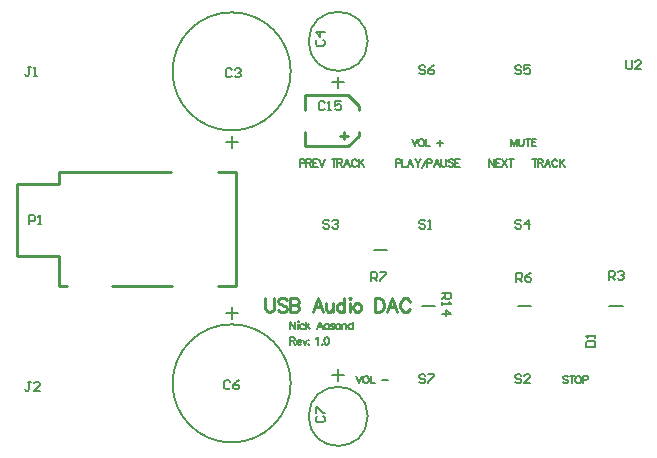
<source format=gto>
%FSLAX24Y24*%
%MOIN*%
G70*
G01*
G75*
G04 Layer_Color=65535*
%ADD10R,0.0433X0.0492*%
%ADD11R,0.0512X0.0610*%
%ADD12R,0.0512X0.0394*%
%ADD13R,0.0866X0.0374*%
%ADD14R,0.0551X0.0472*%
%ADD15C,0.0120*%
%ADD16C,0.0100*%
%ADD17C,0.0340*%
%ADD18C,0.0532*%
%ADD19R,0.0532X0.0532*%
%ADD20C,0.0591*%
%ADD21R,0.0591X0.0591*%
%ADD22C,0.1100*%
%ADD23C,0.0540*%
%ADD24C,0.0787*%
%ADD25C,0.0689*%
%ADD26R,0.0866X0.0866*%
%ADD27C,0.1654*%
%ADD28C,0.1220*%
%ADD29C,0.0500*%
%ADD30C,0.0300*%
%ADD31C,0.0250*%
%ADD32R,0.0394X0.0512*%
%ADD33O,0.0217X0.0630*%
%ADD34O,0.0630X0.0217*%
%ADD35R,0.0433X0.0551*%
%ADD36R,0.0551X0.0433*%
%ADD37R,0.0472X0.0551*%
%ADD38R,0.0315X0.0354*%
%ADD39R,0.0980X0.0790*%
%ADD40R,0.0940X0.0200*%
%ADD41C,0.0200*%
%ADD42C,0.0150*%
%ADD43C,0.0500*%
%ADD44C,0.0079*%
%ADD45C,0.0050*%
%ADD46C,0.0059*%
%ADD47C,0.0059*%
D16*
X19000Y33100D02*
X19250D01*
X24300D02*
X24900D01*
X20760D02*
X22750D01*
X24310Y36900D02*
X24900D01*
X19000D02*
X22730D01*
X19000Y36500D02*
Y36900D01*
Y33100D02*
Y34100D01*
X17600Y36500D02*
X19000D01*
X17600Y34100D02*
X19000D01*
X24900Y33100D02*
Y36900D01*
X17600Y34100D02*
Y36500D01*
X27205Y37754D02*
X28640D01*
X28994Y38108D01*
X27205Y39446D02*
X28640D01*
X28994Y39092D01*
X27205Y38955D02*
Y39446D01*
Y37754D02*
Y38245D01*
X28994Y38108D02*
Y38245D01*
Y38955D02*
Y39092D01*
X28483Y37980D02*
Y38245D01*
X28346Y38112D02*
X28621D01*
X25870Y32680D02*
Y32359D01*
X25891Y32294D01*
X25934Y32251D01*
X25999Y32230D01*
X26041D01*
X26106Y32251D01*
X26149Y32294D01*
X26170Y32359D01*
Y32680D01*
X26594Y32616D02*
X26551Y32658D01*
X26487Y32680D01*
X26401D01*
X26337Y32658D01*
X26294Y32616D01*
Y32573D01*
X26316Y32530D01*
X26337Y32509D01*
X26380Y32487D01*
X26508Y32444D01*
X26551Y32423D01*
X26573Y32401D01*
X26594Y32359D01*
Y32294D01*
X26551Y32251D01*
X26487Y32230D01*
X26401D01*
X26337Y32251D01*
X26294Y32294D01*
X26695Y32680D02*
Y32230D01*
Y32680D02*
X26888D01*
X26952Y32658D01*
X26973Y32637D01*
X26995Y32594D01*
Y32551D01*
X26973Y32509D01*
X26952Y32487D01*
X26888Y32466D01*
X26695D02*
X26888D01*
X26952Y32444D01*
X26973Y32423D01*
X26995Y32380D01*
Y32316D01*
X26973Y32273D01*
X26952Y32251D01*
X26888Y32230D01*
X26695D01*
X27792D02*
X27620Y32680D01*
X27449Y32230D01*
X27513Y32380D02*
X27727D01*
X27897Y32530D02*
Y32316D01*
X27918Y32251D01*
X27961Y32230D01*
X28025D01*
X28068Y32251D01*
X28132Y32316D01*
Y32530D02*
Y32230D01*
X28507Y32680D02*
Y32230D01*
Y32466D02*
X28464Y32509D01*
X28422Y32530D01*
X28357D01*
X28314Y32509D01*
X28272Y32466D01*
X28250Y32401D01*
Y32359D01*
X28272Y32294D01*
X28314Y32251D01*
X28357Y32230D01*
X28422D01*
X28464Y32251D01*
X28507Y32294D01*
X28670Y32680D02*
X28692Y32658D01*
X28713Y32680D01*
X28692Y32701D01*
X28670Y32680D01*
X28692Y32530D02*
Y32230D01*
X28899Y32530D02*
X28856Y32509D01*
X28814Y32466D01*
X28792Y32401D01*
Y32359D01*
X28814Y32294D01*
X28856Y32251D01*
X28899Y32230D01*
X28964D01*
X29006Y32251D01*
X29049Y32294D01*
X29071Y32359D01*
Y32401D01*
X29049Y32466D01*
X29006Y32509D01*
X28964Y32530D01*
X28899D01*
X29523Y32680D02*
Y32230D01*
Y32680D02*
X29673D01*
X29737Y32658D01*
X29780Y32616D01*
X29801Y32573D01*
X29823Y32509D01*
Y32401D01*
X29801Y32337D01*
X29780Y32294D01*
X29737Y32251D01*
X29673Y32230D01*
X29523D01*
X30266D02*
X30095Y32680D01*
X29923Y32230D01*
X29988Y32380D02*
X30202D01*
X30693Y32573D02*
X30671Y32616D01*
X30628Y32658D01*
X30585Y32680D01*
X30500D01*
X30457Y32658D01*
X30414Y32616D01*
X30393Y32573D01*
X30371Y32509D01*
Y32401D01*
X30393Y32337D01*
X30414Y32294D01*
X30457Y32251D01*
X30500Y32230D01*
X30585D01*
X30628Y32251D01*
X30671Y32294D01*
X30693Y32337D01*
D44*
X29284Y41250D02*
G03*
X29284Y41250I-984J0D01*
G01*
X26718Y40250D02*
G03*
X26718Y40250I-1969J0D01*
G01*
Y29850D02*
G03*
X26718Y29850I-1969J0D01*
G01*
X29284Y28750D02*
G03*
X29284Y28750I-984J0D01*
G01*
X31083Y32420D02*
X31517D01*
X34283D02*
X34717D01*
X29483Y34300D02*
X29917D01*
X37334Y32420D02*
X37806D01*
D45*
X24750Y40300D02*
X24700Y40350D01*
X24600D01*
X24550Y40300D01*
Y40100D01*
X24600Y40050D01*
X24700D01*
X24750Y40100D01*
X24850Y40300D02*
X24900Y40350D01*
X25000D01*
X25050Y40300D01*
Y40250D01*
X25000Y40200D01*
X24950D01*
X25000D01*
X25050Y40150D01*
Y40100D01*
X25000Y40050D01*
X24900D01*
X24850Y40100D01*
X27600Y41300D02*
X27550Y41250D01*
Y41150D01*
X27600Y41100D01*
X27800D01*
X27850Y41150D01*
Y41250D01*
X27800Y41300D01*
X27850Y41550D02*
X27550D01*
X27700Y41400D01*
Y41600D01*
X24700Y29900D02*
X24650Y29950D01*
X24550D01*
X24500Y29900D01*
Y29700D01*
X24550Y29650D01*
X24650D01*
X24700Y29700D01*
X25000Y29950D02*
X24900Y29900D01*
X24800Y29800D01*
Y29700D01*
X24850Y29650D01*
X24950D01*
X25000Y29700D01*
Y29750D01*
X24950Y29800D01*
X24800D01*
X27600Y28750D02*
X27550Y28700D01*
Y28600D01*
X27600Y28550D01*
X27800D01*
X27850Y28600D01*
Y28700D01*
X27800Y28750D01*
X27550Y28850D02*
Y29050D01*
X27600D01*
X27800Y28850D01*
X27850D01*
X27850Y39200D02*
X27800Y39250D01*
X27700D01*
X27650Y39200D01*
Y39000D01*
X27700Y38950D01*
X27800D01*
X27850Y39000D01*
X27950Y38950D02*
X28050D01*
X28000D01*
Y39250D01*
X27950Y39200D01*
X28400Y39250D02*
X28200D01*
Y39100D01*
X28300Y39150D01*
X28350D01*
X28400Y39100D01*
Y39000D01*
X28350Y38950D01*
X28250D01*
X28200Y39000D01*
X36570Y31067D02*
X36870D01*
Y31217D01*
X36820Y31267D01*
X36620D01*
X36570Y31217D01*
Y31067D01*
X36870Y31367D02*
Y31467D01*
Y31417D01*
X36570D01*
X36620Y31367D01*
X18050Y40400D02*
X17950D01*
X18000D01*
Y40150D01*
X17950Y40100D01*
X17900D01*
X17850Y40150D01*
X18150Y40100D02*
X18250D01*
X18200D01*
Y40400D01*
X18150Y40350D01*
X18050Y29900D02*
X17950D01*
X18000D01*
Y29650D01*
X17950Y29600D01*
X17900D01*
X17850Y29650D01*
X18350Y29600D02*
X18150D01*
X18350Y29800D01*
Y29850D01*
X18300Y29900D01*
X18200D01*
X18150Y29850D01*
X18000Y35150D02*
Y35450D01*
X18150D01*
X18200Y35400D01*
Y35300D01*
X18150Y35250D01*
X18000D01*
X18300Y35150D02*
X18400D01*
X18350D01*
Y35450D01*
X18300Y35400D01*
X37317Y33312D02*
Y33612D01*
X37467D01*
X37517Y33562D01*
Y33462D01*
X37467Y33412D01*
X37317D01*
X37417D02*
X37517Y33312D01*
X37617Y33562D02*
X37667Y33612D01*
X37767D01*
X37817Y33562D01*
Y33512D01*
X37767Y33462D01*
X37717D01*
X37767D01*
X37817Y33412D01*
Y33362D01*
X37767Y33312D01*
X37667D01*
X37617Y33362D01*
X34240Y33240D02*
Y33540D01*
X34390D01*
X34440Y33490D01*
Y33390D01*
X34390Y33340D01*
X34240D01*
X34340D02*
X34440Y33240D01*
X34740Y33540D02*
X34640Y33490D01*
X34540Y33390D01*
Y33290D01*
X34590Y33240D01*
X34690D01*
X34740Y33290D01*
Y33340D01*
X34690Y33390D01*
X34540D01*
X29400Y33250D02*
Y33550D01*
X29550D01*
X29600Y33500D01*
Y33400D01*
X29550Y33350D01*
X29400D01*
X29500D02*
X29600Y33250D01*
X29700Y33550D02*
X29900D01*
Y33500D01*
X29700Y33300D01*
Y33250D01*
X31750Y32850D02*
X32050D01*
Y32700D01*
X32000Y32650D01*
X31900D01*
X31850Y32700D01*
Y32850D01*
Y32750D02*
X31750Y32650D01*
Y32550D02*
Y32450D01*
Y32500D01*
X32050D01*
X32000Y32550D01*
X31750Y32150D02*
X32050D01*
X31900Y32300D01*
Y32100D01*
X31200Y35250D02*
X31150Y35300D01*
X31050D01*
X31000Y35250D01*
Y35200D01*
X31050Y35150D01*
X31150D01*
X31200Y35100D01*
Y35050D01*
X31150Y35000D01*
X31050D01*
X31000Y35050D01*
X31300Y35000D02*
X31400D01*
X31350D01*
Y35300D01*
X31300Y35250D01*
X34400Y30100D02*
X34350Y30150D01*
X34250D01*
X34200Y30100D01*
Y30050D01*
X34250Y30000D01*
X34350D01*
X34400Y29950D01*
Y29900D01*
X34350Y29850D01*
X34250D01*
X34200Y29900D01*
X34700Y29850D02*
X34500D01*
X34700Y30050D01*
Y30100D01*
X34650Y30150D01*
X34550D01*
X34500Y30100D01*
X28000Y35250D02*
X27950Y35300D01*
X27850D01*
X27800Y35250D01*
Y35200D01*
X27850Y35150D01*
X27950D01*
X28000Y35100D01*
Y35050D01*
X27950Y35000D01*
X27850D01*
X27800Y35050D01*
X28100Y35250D02*
X28150Y35300D01*
X28250D01*
X28300Y35250D01*
Y35200D01*
X28250Y35150D01*
X28200D01*
X28250D01*
X28300Y35100D01*
Y35050D01*
X28250Y35000D01*
X28150D01*
X28100Y35050D01*
X34400Y35250D02*
X34350Y35300D01*
X34250D01*
X34200Y35250D01*
Y35200D01*
X34250Y35150D01*
X34350D01*
X34400Y35100D01*
Y35050D01*
X34350Y35000D01*
X34250D01*
X34200Y35050D01*
X34650Y35000D02*
Y35300D01*
X34500Y35150D01*
X34700D01*
X34400Y40400D02*
X34350Y40450D01*
X34250D01*
X34200Y40400D01*
Y40350D01*
X34250Y40300D01*
X34350D01*
X34400Y40250D01*
Y40200D01*
X34350Y40150D01*
X34250D01*
X34200Y40200D01*
X34700Y40450D02*
X34500D01*
Y40300D01*
X34600Y40350D01*
X34650D01*
X34700Y40300D01*
Y40200D01*
X34650Y40150D01*
X34550D01*
X34500Y40200D01*
X31200Y40400D02*
X31150Y40450D01*
X31050D01*
X31000Y40400D01*
Y40350D01*
X31050Y40300D01*
X31150D01*
X31200Y40250D01*
Y40200D01*
X31150Y40150D01*
X31050D01*
X31000Y40200D01*
X31500Y40450D02*
X31400Y40400D01*
X31300Y40300D01*
Y40200D01*
X31350Y40150D01*
X31450D01*
X31500Y40200D01*
Y40250D01*
X31450Y40300D01*
X31300D01*
X31200Y30100D02*
X31150Y30150D01*
X31050D01*
X31000Y30100D01*
Y30050D01*
X31050Y30000D01*
X31150D01*
X31200Y29950D01*
Y29900D01*
X31150Y29850D01*
X31050D01*
X31000Y29900D01*
X31300Y30150D02*
X31500D01*
Y30100D01*
X31300Y29900D01*
Y29850D01*
X37900Y40620D02*
Y40370D01*
X37950Y40320D01*
X38050D01*
X38100Y40370D01*
Y40620D01*
X38400Y40320D02*
X38200D01*
X38400Y40520D01*
Y40570D01*
X38350Y40620D01*
X38250D01*
X38200Y40570D01*
X26700Y31390D02*
Y31140D01*
Y31390D02*
X26807D01*
X26843Y31378D01*
X26855Y31366D01*
X26867Y31342D01*
Y31319D01*
X26855Y31295D01*
X26843Y31283D01*
X26807Y31271D01*
X26700D01*
X26783D02*
X26867Y31140D01*
X26923Y31235D02*
X27065D01*
Y31259D01*
X27053Y31283D01*
X27042Y31295D01*
X27018Y31307D01*
X26982D01*
X26958Y31295D01*
X26934Y31271D01*
X26923Y31235D01*
Y31211D01*
X26934Y31176D01*
X26958Y31152D01*
X26982Y31140D01*
X27018D01*
X27042Y31152D01*
X27065Y31176D01*
X27119Y31307D02*
X27190Y31140D01*
X27262Y31307D02*
X27190Y31140D01*
X27314Y31307D02*
X27302Y31295D01*
X27314Y31283D01*
X27326Y31295D01*
X27314Y31307D01*
Y31164D02*
X27302Y31152D01*
X27314Y31140D01*
X27326Y31152D01*
X27314Y31164D01*
X27577Y31342D02*
X27601Y31354D01*
X27637Y31390D01*
Y31140D01*
X27772Y31164D02*
X27760Y31152D01*
X27772Y31140D01*
X27784Y31152D01*
X27772Y31164D01*
X27910Y31390D02*
X27875Y31378D01*
X27851Y31342D01*
X27839Y31283D01*
Y31247D01*
X27851Y31188D01*
X27875Y31152D01*
X27910Y31140D01*
X27934D01*
X27970Y31152D01*
X27994Y31188D01*
X28006Y31247D01*
Y31283D01*
X27994Y31342D01*
X27970Y31378D01*
X27934Y31390D01*
X27910D01*
X26700Y31910D02*
Y31660D01*
Y31910D02*
X26867Y31660D01*
Y31910D02*
Y31660D01*
X26959Y31910D02*
X26971Y31898D01*
X26983Y31910D01*
X26971Y31922D01*
X26959Y31910D01*
X26971Y31827D02*
Y31660D01*
X27170Y31791D02*
X27146Y31815D01*
X27123Y31827D01*
X27087D01*
X27063Y31815D01*
X27039Y31791D01*
X27027Y31755D01*
Y31731D01*
X27039Y31696D01*
X27063Y31672D01*
X27087Y31660D01*
X27123D01*
X27146Y31672D01*
X27170Y31696D01*
X27224Y31910D02*
Y31660D01*
X27343Y31827D02*
X27224Y31708D01*
X27271Y31755D02*
X27355Y31660D01*
X27781D02*
X27685Y31910D01*
X27590Y31660D01*
X27626Y31743D02*
X27745D01*
X27982Y31827D02*
Y31660D01*
Y31791D02*
X27958Y31815D01*
X27934Y31827D01*
X27899D01*
X27875Y31815D01*
X27851Y31791D01*
X27839Y31755D01*
Y31731D01*
X27851Y31696D01*
X27875Y31672D01*
X27899Y31660D01*
X27934D01*
X27958Y31672D01*
X27982Y31696D01*
X28179Y31791D02*
X28168Y31815D01*
X28132Y31827D01*
X28096D01*
X28060Y31815D01*
X28049Y31791D01*
X28060Y31767D01*
X28084Y31755D01*
X28144Y31743D01*
X28168Y31731D01*
X28179Y31708D01*
Y31696D01*
X28168Y31672D01*
X28132Y31660D01*
X28096D01*
X28060Y31672D01*
X28049Y31696D01*
X28375Y31827D02*
Y31660D01*
Y31791D02*
X28351Y31815D01*
X28327Y31827D01*
X28291D01*
X28268Y31815D01*
X28244Y31791D01*
X28232Y31755D01*
Y31731D01*
X28244Y31696D01*
X28268Y31672D01*
X28291Y31660D01*
X28327D01*
X28351Y31672D01*
X28375Y31696D01*
X28441Y31827D02*
Y31660D01*
Y31779D02*
X28477Y31815D01*
X28501Y31827D01*
X28537D01*
X28560Y31815D01*
X28572Y31779D01*
Y31660D01*
X28781Y31910D02*
Y31660D01*
Y31791D02*
X28757Y31815D01*
X28733Y31827D01*
X28697D01*
X28673Y31815D01*
X28650Y31791D01*
X28638Y31755D01*
Y31731D01*
X28650Y31696D01*
X28673Y31672D01*
X28697Y31660D01*
X28733D01*
X28757Y31672D01*
X28781Y31696D01*
X30220Y37189D02*
X30327D01*
X30363Y37201D01*
X30375Y37213D01*
X30387Y37237D01*
Y37272D01*
X30375Y37296D01*
X30363Y37308D01*
X30327Y37320D01*
X30220D01*
Y37070D01*
X30443Y37320D02*
Y37070D01*
X30585D01*
X30803D02*
X30708Y37320D01*
X30613Y37070D01*
X30648Y37153D02*
X30768D01*
X30862Y37320D02*
X30957Y37201D01*
Y37070D01*
X31052Y37320D02*
X30957Y37201D01*
X31084Y37034D02*
X31251Y37320D01*
X31267Y37189D02*
X31375D01*
X31410Y37201D01*
X31422Y37213D01*
X31434Y37237D01*
Y37272D01*
X31422Y37296D01*
X31410Y37308D01*
X31375Y37320D01*
X31267D01*
Y37070D01*
X31680D02*
X31585Y37320D01*
X31490Y37070D01*
X31526Y37153D02*
X31645D01*
X31739Y37320D02*
Y37141D01*
X31751Y37106D01*
X31774Y37082D01*
X31810Y37070D01*
X31834D01*
X31870Y37082D01*
X31893Y37106D01*
X31905Y37141D01*
Y37320D01*
X32141Y37284D02*
X32117Y37308D01*
X32082Y37320D01*
X32034D01*
X31998Y37308D01*
X31974Y37284D01*
Y37260D01*
X31986Y37237D01*
X31998Y37225D01*
X32022Y37213D01*
X32093Y37189D01*
X32117Y37177D01*
X32129Y37165D01*
X32141Y37141D01*
Y37106D01*
X32117Y37082D01*
X32082Y37070D01*
X32034D01*
X31998Y37082D01*
X31974Y37106D01*
X32352Y37320D02*
X32197D01*
Y37070D01*
X32352D01*
X32197Y37201D02*
X32292D01*
X30750Y38001D02*
X30845Y37751D01*
X30940Y38001D02*
X30845Y37751D01*
X31044Y38001D02*
X31020Y37989D01*
X30996Y37965D01*
X30984Y37941D01*
X30973Y37905D01*
Y37846D01*
X30984Y37810D01*
X30996Y37786D01*
X31020Y37763D01*
X31044Y37751D01*
X31092D01*
X31115Y37763D01*
X31139Y37786D01*
X31151Y37810D01*
X31163Y37846D01*
Y37905D01*
X31151Y37941D01*
X31139Y37965D01*
X31115Y37989D01*
X31092Y38001D01*
X31044D01*
X31221D02*
Y37751D01*
X31364D01*
X31695Y37965D02*
Y37751D01*
X31588Y37858D02*
X31802D01*
X34060Y38000D02*
Y37750D01*
Y38000D02*
X34155Y37750D01*
X34250Y38000D02*
X34155Y37750D01*
X34250Y38000D02*
Y37750D01*
X34322Y38000D02*
Y37821D01*
X34334Y37786D01*
X34358Y37762D01*
X34393Y37750D01*
X34417D01*
X34453Y37762D01*
X34477Y37786D01*
X34488Y37821D01*
Y38000D01*
X34641D02*
Y37750D01*
X34558Y38000D02*
X34724D01*
X34909D02*
X34754D01*
Y37750D01*
X34909D01*
X34754Y37881D02*
X34849D01*
X28910Y30100D02*
X29005Y29850D01*
X29100Y30100D02*
X29005Y29850D01*
X29204Y30100D02*
X29180Y30088D01*
X29156Y30064D01*
X29144Y30040D01*
X29133Y30005D01*
Y29945D01*
X29144Y29910D01*
X29156Y29886D01*
X29180Y29862D01*
X29204Y29850D01*
X29252D01*
X29275Y29862D01*
X29299Y29886D01*
X29311Y29910D01*
X29323Y29945D01*
Y30005D01*
X29311Y30040D01*
X29299Y30064D01*
X29275Y30088D01*
X29252Y30100D01*
X29204D01*
X29381D02*
Y29850D01*
X29524D01*
X29748Y29957D02*
X29962D01*
X35957Y30064D02*
X35933Y30088D01*
X35897Y30100D01*
X35850D01*
X35814Y30088D01*
X35790Y30064D01*
Y30040D01*
X35802Y30017D01*
X35814Y30005D01*
X35838Y29993D01*
X35909Y29969D01*
X35933Y29957D01*
X35945Y29945D01*
X35957Y29921D01*
Y29886D01*
X35933Y29862D01*
X35897Y29850D01*
X35850D01*
X35814Y29862D01*
X35790Y29886D01*
X36096Y30100D02*
Y29850D01*
X36013Y30100D02*
X36179D01*
X36280D02*
X36257Y30088D01*
X36233Y30064D01*
X36221Y30040D01*
X36209Y30005D01*
Y29945D01*
X36221Y29910D01*
X36233Y29886D01*
X36257Y29862D01*
X36280Y29850D01*
X36328D01*
X36352Y29862D01*
X36376Y29886D01*
X36387Y29910D01*
X36399Y29945D01*
Y30005D01*
X36387Y30040D01*
X36376Y30064D01*
X36352Y30088D01*
X36328Y30100D01*
X36280D01*
X36458Y29969D02*
X36565D01*
X36601Y29981D01*
X36612Y29993D01*
X36624Y30017D01*
Y30052D01*
X36612Y30076D01*
X36601Y30088D01*
X36565Y30100D01*
X36458D01*
Y29850D01*
X33325Y37320D02*
Y37070D01*
Y37320D02*
X33492Y37070D01*
Y37320D02*
Y37070D01*
X33715Y37320D02*
X33561D01*
Y37070D01*
X33715D01*
X33561Y37201D02*
X33656D01*
X33757Y37320D02*
X33924Y37070D01*
Y37320D02*
X33757Y37070D01*
X34063Y37320D02*
Y37070D01*
X33980Y37320D02*
X34146D01*
X34848D02*
Y37070D01*
X34765Y37320D02*
X34932D01*
X34962D02*
Y37070D01*
Y37320D02*
X35069D01*
X35104Y37308D01*
X35116Y37296D01*
X35128Y37272D01*
Y37249D01*
X35116Y37225D01*
X35104Y37213D01*
X35069Y37201D01*
X34962D01*
X35045D02*
X35128Y37070D01*
X35375D02*
X35279Y37320D01*
X35184Y37070D01*
X35220Y37153D02*
X35339D01*
X35611Y37260D02*
X35600Y37284D01*
X35576Y37308D01*
X35552Y37320D01*
X35504D01*
X35480Y37308D01*
X35457Y37284D01*
X35445Y37260D01*
X35433Y37225D01*
Y37165D01*
X35445Y37130D01*
X35457Y37106D01*
X35480Y37082D01*
X35504Y37070D01*
X35552D01*
X35576Y37082D01*
X35600Y37106D01*
X35611Y37130D01*
X35682Y37320D02*
Y37070D01*
X35848Y37320D02*
X35682Y37153D01*
X35741Y37213D02*
X35848Y37070D01*
X27020Y37189D02*
X27127D01*
X27163Y37201D01*
X27175Y37213D01*
X27187Y37237D01*
Y37272D01*
X27175Y37296D01*
X27163Y37308D01*
X27127Y37320D01*
X27020D01*
Y37070D01*
X27243Y37320D02*
Y37070D01*
Y37320D02*
X27350D01*
X27385Y37308D01*
X27397Y37296D01*
X27409Y37272D01*
Y37249D01*
X27397Y37225D01*
X27385Y37213D01*
X27350Y37201D01*
X27243D01*
X27326D02*
X27409Y37070D01*
X27620Y37320D02*
X27465D01*
Y37070D01*
X27620D01*
X27465Y37201D02*
X27560D01*
X27662Y37320D02*
X27757Y37070D01*
X27852Y37320D02*
X27757Y37070D01*
X28164Y37320D02*
Y37070D01*
X28080Y37320D02*
X28247D01*
X28277D02*
Y37070D01*
Y37320D02*
X28384D01*
X28420Y37308D01*
X28432Y37296D01*
X28444Y37272D01*
Y37249D01*
X28432Y37225D01*
X28420Y37213D01*
X28384Y37201D01*
X28277D01*
X28360D02*
X28444Y37070D01*
X28690D02*
X28595Y37320D01*
X28499Y37070D01*
X28535Y37153D02*
X28654D01*
X28927Y37260D02*
X28915Y37284D01*
X28891Y37308D01*
X28867Y37320D01*
X28820D01*
X28796Y37308D01*
X28772Y37284D01*
X28760Y37260D01*
X28748Y37225D01*
Y37165D01*
X28760Y37130D01*
X28772Y37106D01*
X28796Y37082D01*
X28820Y37070D01*
X28867D01*
X28891Y37082D01*
X28915Y37106D01*
X28927Y37130D01*
X28997Y37320D02*
Y37070D01*
X29164Y37320D02*
X28997Y37153D01*
X29056Y37213D02*
X29164Y37070D01*
D46*
X28300Y39685D02*
Y40079D01*
X28103Y39882D02*
X28497D01*
X28300Y30315D02*
Y29921D01*
X28497Y30118D02*
X28103D01*
D47*
X24750Y37705D02*
Y38098D01*
X24553Y37902D02*
X24947D01*
X24750Y32395D02*
Y32002D01*
X24947Y32198D02*
X24553D01*
M02*

</source>
